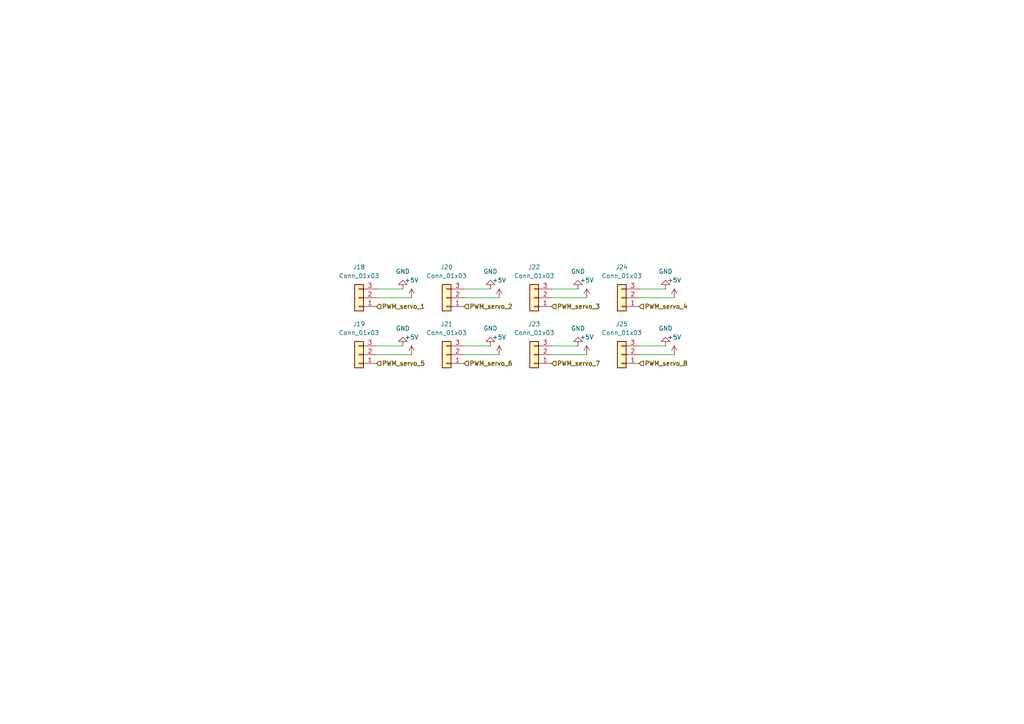
<source format=kicad_sch>
(kicad_sch (version 20250114) (generator "eeschema") (generator_version "9.0")
  (paper "A4")
  (lib_symbols
    (symbol "Connector_Generic:Conn_01x03" (pin_names (offset 1.016) (hide yes))
      (property "Reference" "J" (at 0 5.08 0))
      (property "Value" "Conn_01x03" (at 0 -5.08 0))
      (symbol "Conn_01x03_1_1"
        (rectangle (start -1.27 3.81) (end 1.27 -3.81) (stroke (width 0.254)) (fill (type background)))
        (rectangle (start -1.27 2.667) (end 0 2.413) (stroke (width 0.1524)))
        (rectangle (start -1.27 0.127) (end 0 -0.127) (stroke (width 0.1524)))
        (rectangle (start -1.27 -2.413) (end 0 -2.667) (stroke (width 0.1524)))
        (pin passive line (at -5.08 2.54 0) (length 3.81) (name "Pin_1") (number "1"))
        (pin passive line (at -5.08 0 0) (length 3.81) (name "Pin_2") (number "2"))
        (pin passive line (at -5.08 -2.54 0) (length 3.81) (name "Pin_3") (number "3"))
      )
    )
    (symbol "power:+5V" (power) (pin_numbers (hide yes)) (pin_names (offset 0) (hide yes))
      (property "Value" "+5V" (at 0 3.556 0))
      (symbol "+5V_0_1"
        (polyline (pts (xy -0.762 1.27) (xy 0 2.54)))
        (polyline (pts (xy 0 2.54) (xy 0.762 1.27)))
        (polyline (pts (xy 0 0) (xy 0 2.54)))
      )
      (symbol "+5V_1_1"
        (pin power_in line (at 0 0 90) (length 0) (name "~") (number "1"))
      )
    )
    (symbol "power:GND" (power) (pin_numbers (hide yes)) (pin_names (offset 0) (hide yes))
      (property "Value" "GND" (at 0 -3.81 0))
      (symbol "GND_0_1"
        (polyline (pts (xy 0 0) (xy 0 -1.27) (xy 1.27 -1.27) (xy 0 -2.54) (xy -1.27 -1.27) (xy 0 -1.27)))
      )
      (symbol "GND_1_1"
        (pin power_in line (at 0 0 270) (length 0) (name "~") (number "1"))
      )
    )
  )
  (wire (pts (xy 134.62 86.36) (xy 144.78 86.36)))
  (wire (pts (xy 160.02 83.82) (xy 167.64 83.82)))
  (wire (pts (xy 185.42 102.87) (xy 195.58 102.87)))
  (wire (pts (xy 134.62 100.33) (xy 142.24 100.33)))
  (wire (pts (xy 160.02 100.33) (xy 167.64 100.33)))
  (wire (pts (xy 134.62 102.87) (xy 144.78 102.87)))
  (wire (pts (xy 185.42 83.82) (xy 193.04 83.82)))
  (wire (pts (xy 134.62 83.82) (xy 142.24 83.82)))
  (wire (pts (xy 109.22 83.82) (xy 116.84 83.82)))
  (wire (pts (xy 109.22 102.87) (xy 119.38 102.87)))
  (wire (pts (xy 109.22 86.36) (xy 119.38 86.36)))
  (wire (pts (xy 160.02 86.36) (xy 170.18 86.36)))
  (wire (pts (xy 185.42 100.33) (xy 193.04 100.33)))
  (wire (pts (xy 185.42 86.36) (xy 195.58 86.36)))
  (wire (pts (xy 160.02 102.87) (xy 170.18 102.87)))
  (wire (pts (xy 109.22 100.33) (xy 116.84 100.33)))
  (hierarchical_label "PWM_servo_8" (shape input) (at 185.42 105.41 0) (effects (font (thickness 0.254) (bold yes))))
  (hierarchical_label "PWM_servo_7" (shape input) (at 160.02 105.41 0) (effects (font (thickness 0.254) (bold yes))))
  (hierarchical_label "PWM_servo_4" (shape input) (at 185.42 88.9 0) (effects (font (thickness 0.254) (bold yes))))
  (hierarchical_label "PWM_servo_3" (shape input) (at 160.02 88.9 0) (effects (font (thickness 0.254) (bold yes))))
  (hierarchical_label "PWM_servo_2" (shape input) (at 134.62 88.9 0) (effects (font (thickness 0.254) (bold yes))))
  (hierarchical_label "PWM_servo_1" (shape input) (at 109.22 88.9 0) (effects (font (thickness 0.254) (bold yes))))
  (hierarchical_label "PWM_servo_5" (shape input) (at 109.22 105.41 0) (effects (font (thickness 0.254) (bold yes))))
  (hierarchical_label "PWM_servo_6" (shape input) (at 134.62 105.41 0) (effects (font (thickness 0.254) (bold yes))))
  (symbol (lib_id "power:+5V") (at 170.18 86.36 0) (unit 1)
    (property "Reference" "#PWR099" (effects (hide yes)))
    (property "Value" "+5V" (at 170.18 81.28 0))
    (property "Description" "Power symbol creates a global label with name \"+5V\"" (effects (hide yes)))
  )
  (symbol (lib_id "power:+5V") (at 195.58 86.36 0) (unit 1)
    (property "Reference" "#PWR0103" (effects (hide yes)))
    (property "Value" "+5V" (at 195.58 81.28 0))
    (property "Description" "Power symbol creates a global label with name \"+5V\"" (effects (hide yes)))
  )
  (symbol (lib_id "power:+5V") (at 119.38 86.36 0) (unit 1)
    (property "Reference" "#PWR091" (effects (hide yes)))
    (property "Value" "+5V" (at 119.38 81.28 0))
    (property "Description" "Power symbol creates a global label with name \"+5V\"" (effects (hide yes)))
  )
  (symbol (lib_id "power:GND") (at 167.64 83.82 180) (unit 1)
    (property "Reference" "#PWR097" (effects (hide yes)))
    (property "Value" "GND" (at 167.64 78.74 0))
    (property "Description" "Power symbol creates a global label with name \"GND\" , ground" (effects (hide yes)))
  )
  (symbol (lib_id "power:GND") (at 142.24 83.82 180) (unit 1)
    (property "Reference" "#PWR093" (effects (hide yes)))
    (property "Value" "GND" (at 142.24 78.74 0))
    (property "Description" "Power symbol creates a global label with name \"GND\" , ground" (effects (hide yes)))
  )
  (symbol (lib_id "power:GND") (at 193.04 100.33 180) (unit 1)
    (property "Reference" "#PWR0102" (effects (hide yes)))
    (property "Value" "GND" (at 193.04 95.25 0))
    (property "Description" "Power symbol creates a global label with name \"GND\" , ground" (effects (hide yes)))
  )
  (symbol (lib_id "power:+5V") (at 144.78 86.36 0) (unit 1)
    (property "Reference" "#PWR095" (effects (hide yes)))
    (property "Value" "+5V" (at 144.78 81.28 0))
    (property "Description" "Power symbol creates a global label with name \"+5V\"" (effects (hide yes)))
  )
  (symbol (lib_id "Connector_Generic:Conn_01x03") (at 104.14 86.36 180) (unit 1)
    (property "Reference" "J18" (at 104.14 77.47 0))
    (property "Value" "Conn_01x03" (at 104.14 80.01 0))
    (property "Footprint" "Connector_JST:JST_PH_B3B-PH-K_1x03_P2.00mm_Vertical" (effects (hide yes)))
    (property "Description" "Generic connector, single row, 01x03, script generated (kicad-library-utils/schlib/autogen/connector/)" (effects (hide yes)))
  )
  (symbol (lib_id "power:+5V") (at 119.38 102.87 0) (unit 1)
    (property "Reference" "#PWR092" (effects (hide yes)))
    (property "Value" "+5V" (at 119.38 97.79 0))
    (property "Description" "Power symbol creates a global label with name \"+5V\"" (effects (hide yes)))
  )
  (symbol (lib_id "Connector_Generic:Conn_01x03") (at 129.54 86.36 180) (unit 1)
    (property "Reference" "J20" (at 129.54 77.47 0))
    (property "Value" "Conn_01x03" (at 129.54 80.01 0))
    (property "Footprint" "Connector_JST:JST_PH_B3B-PH-K_1x03_P2.00mm_Vertical" (effects (hide yes)))
    (property "Description" "Generic connector, single row, 01x03, script generated (kicad-library-utils/schlib/autogen/connector/)" (effects (hide yes)))
  )
  (symbol (lib_id "power:+5V") (at 144.78 102.87 0) (unit 1)
    (property "Reference" "#PWR096" (effects (hide yes)))
    (property "Value" "+5V" (at 144.78 97.79 0))
    (property "Description" "Power symbol creates a global label with name \"+5V\"" (effects (hide yes)))
  )
  (symbol (lib_id "power:+5V") (at 195.58 102.87 0) (unit 1)
    (property "Reference" "#PWR0104" (effects (hide yes)))
    (property "Value" "+5V" (at 195.58 97.79 0))
    (property "Description" "Power symbol creates a global label with name \"+5V\"" (effects (hide yes)))
  )
  (symbol (lib_id "Connector_Generic:Conn_01x03") (at 104.14 102.87 180) (unit 1)
    (property "Reference" "J19" (at 104.14 93.98 0))
    (property "Value" "Conn_01x03" (at 104.14 96.52 0))
    (property "Footprint" "Connector_JST:JST_PH_B3B-PH-K_1x03_P2.00mm_Vertical" (effects (hide yes)))
    (property "Description" "Generic connector, single row, 01x03, script generated (kicad-library-utils/schlib/autogen/connector/)" (effects (hide yes)))
  )
  (symbol (lib_id "Connector_Generic:Conn_01x03") (at 154.94 102.87 180) (unit 1)
    (property "Reference" "J23" (at 154.94 93.98 0))
    (property "Value" "Conn_01x03" (at 154.94 96.52 0))
    (property "Footprint" "Connector_JST:JST_PH_B3B-PH-K_1x03_P2.00mm_Vertical" (effects (hide yes)))
    (property "Description" "Generic connector, single row, 01x03, script generated (kicad-library-utils/schlib/autogen/connector/)" (effects (hide yes)))
  )
  (symbol (lib_id "power:+5V") (at 170.18 102.87 0) (unit 1)
    (property "Reference" "#PWR0100" (effects (hide yes)))
    (property "Value" "+5V" (at 170.18 97.79 0))
    (property "Description" "Power symbol creates a global label with name \"+5V\"" (effects (hide yes)))
  )
  (symbol (lib_id "Connector_Generic:Conn_01x03") (at 180.34 102.87 180) (unit 1)
    (property "Reference" "J25" (at 180.34 93.98 0))
    (property "Value" "Conn_01x03" (at 180.34 96.52 0))
    (property "Footprint" "Connector_JST:JST_PH_B3B-PH-K_1x03_P2.00mm_Vertical" (effects (hide yes)))
    (property "Description" "Generic connector, single row, 01x03, script generated (kicad-library-utils/schlib/autogen/connector/)" (effects (hide yes)))
  )
  (symbol (lib_id "Connector_Generic:Conn_01x03") (at 154.94 86.36 180) (unit 1)
    (property "Reference" "J22" (at 154.94 77.47 0))
    (property "Value" "Conn_01x03" (at 154.94 80.01 0))
    (property "Footprint" "Connector_JST:JST_PH_B3B-PH-K_1x03_P2.00mm_Vertical" (effects (hide yes)))
    (property "Description" "Generic connector, single row, 01x03, script generated (kicad-library-utils/schlib/autogen/connector/)" (effects (hide yes)))
  )
  (symbol (lib_id "power:GND") (at 116.84 100.33 180) (unit 1)
    (property "Reference" "#PWR090" (effects (hide yes)))
    (property "Value" "GND" (at 116.84 95.25 0))
    (property "Description" "Power symbol creates a global label with name \"GND\" , ground" (effects (hide yes)))
  )
  (symbol (lib_id "power:GND") (at 142.24 100.33 180) (unit 1)
    (property "Reference" "#PWR094" (effects (hide yes)))
    (property "Value" "GND" (at 142.24 95.25 0))
    (property "Description" "Power symbol creates a global label with name \"GND\" , ground" (effects (hide yes)))
  )
  (symbol (lib_id "power:GND") (at 167.64 100.33 180) (unit 1)
    (property "Reference" "#PWR098" (effects (hide yes)))
    (property "Value" "GND" (at 167.64 95.25 0))
    (property "Description" "Power symbol creates a global label with name \"GND\" , ground" (effects (hide yes)))
  )
  (symbol (lib_id "Connector_Generic:Conn_01x03") (at 129.54 102.87 180) (unit 1)
    (property "Reference" "J21" (at 129.54 93.98 0))
    (property "Value" "Conn_01x03" (at 129.54 96.52 0))
    (property "Footprint" "Connector_JST:JST_PH_B3B-PH-K_1x03_P2.00mm_Vertical" (effects (hide yes)))
    (property "Description" "Generic connector, single row, 01x03, script generated (kicad-library-utils/schlib/autogen/connector/)" (effects (hide yes)))
  )
  (symbol (lib_id "power:GND") (at 116.84 83.82 180) (unit 1)
    (property "Reference" "#PWR089" (effects (hide yes)))
    (property "Value" "GND" (at 116.84 78.74 0))
    (property "Description" "Power symbol creates a global label with name \"GND\" , ground" (effects (hide yes)))
  )
  (symbol (lib_id "power:GND") (at 193.04 83.82 180) (unit 1)
    (property "Reference" "#PWR0101" (effects (hide yes)))
    (property "Value" "GND" (at 193.04 78.74 0))
    (property "Description" "Power symbol creates a global label with name \"GND\" , ground" (effects (hide yes)))
  )
  (symbol (lib_id "Connector_Generic:Conn_01x03") (at 180.34 86.36 180) (unit 1)
    (property "Reference" "J24" (at 180.34 77.47 0))
    (property "Value" "Conn_01x03" (at 180.34 80.01 0))
    (property "Footprint" "Connector_JST:JST_PH_B3B-PH-K_1x03_P2.00mm_Vertical" (effects (hide yes)))
    (property "Description" "Generic connector, single row, 01x03, script generated (kicad-library-utils/schlib/autogen/connector/)" (effects (hide yes)))
  )
)
</source>
